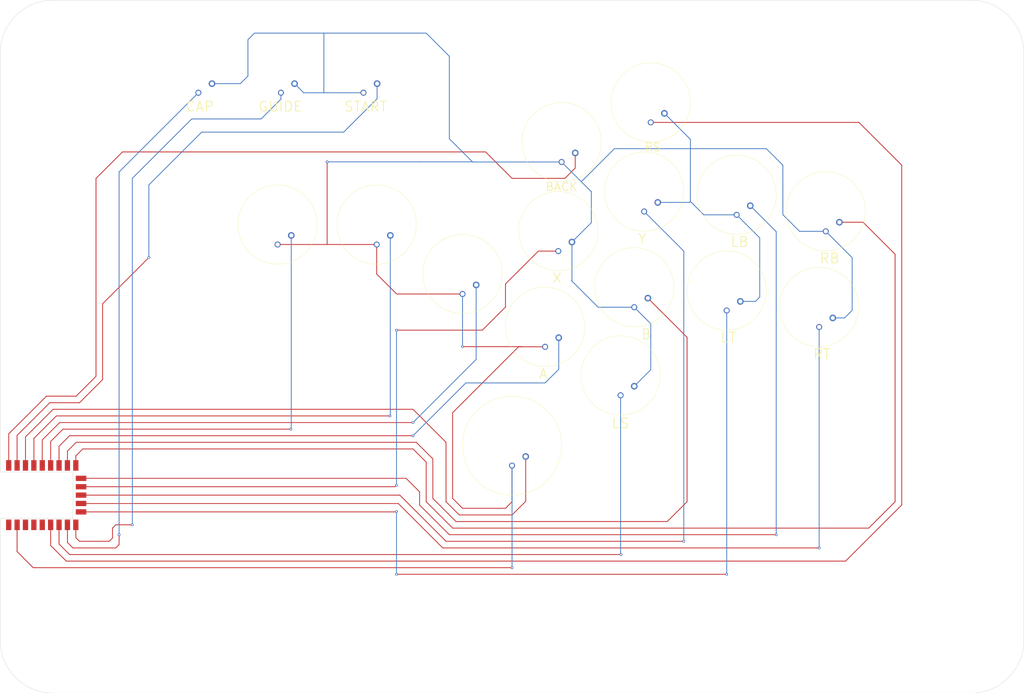
<source format=kicad_pcb>
(kicad_pcb (version 20221018) (generator pcbnew)
  (layers (0 "F.Cu" signal) (31 "B.Cu" signal) (34 "B.Paste" user) (35 "F.Paste" user) (36 "B.SilkS" user "B.Silkscreen") (37 "F.SilkS" user "F.Silkscreen") (38 "B.Mask" user) (39 "F.Mask" user) (44 "Edge.Cuts" user))
  (net 0 "")
  (net 1 "Net-(RZ1-GP14)")
  (net 2 "Net-(RZ1-GND)")
  (net 3 "Net-(RZ1-GP15)")
  (net 4 "Net-(RZ1-GP6)")
  (net 5 "Net-(RZ1-GP7)")
  (net 6 "Net-(RZ1-GP10)")
  (net 7 "Net-(RZ1-GP11)")
  (net 8 "Net-(RZ1-GP3)")
  (net 9 "Net-(RZ1-GP13)")
  (net 10 "Net-(RZ1-GP9)")
  (net 11 "Net-(RZ1-GP26)")
  (net 12 "Net-(RZ1-GP5)")
  (net 13 "Net-(RZ1-GP12)")
  (net 14 "Net-(RZ1-GP8)")
  (net 15 "Net-(RZ1-GP27)")
  (net 16 "Net-(RZ1-GP4)")
  (net 17 "Net-(RZ1-GP0)")
  (net 18 "Net-(RZ1-GP1)")
  (net 19 "Net-(RZ1-GP2)")
  (footprint "MountingHole:MountingHole_6mm" (layer "F.Cu") (at 16 194)
    (fp_text reference "H3" hide)
    (fp_text value "MountingHole")
    (pad "" np_thru_hole circle (at 0 0) (size 6 6) (drill 6) (layers "*.Cu" "*.Mask"))
  )
  (footprint "RP2040-Zero:RP2040-Zero" (layer "F.Cu") (at 24.475 159 90)
    (fp_text reference "RZ1" hide)
    (fp_text value "RP2040-Zero")
    (pad "1" smd rect (at 18 -21.91 90) (size 3.2 1.6) (layers "F.Cu" "F.Paste" "F.Mask") (net 17 "Net-(RZ1-GP0)"))
    (pad "2" smd rect (at 18 -19.37 90) (size 3.2 1.6) (layers "F.Cu" "F.Paste" "F.Mask") (net 18 "Net-(RZ1-GP1)"))
    (pad "3" smd rect (at 18 -16.83 90) (size 3.2 1.6) (layers "F.Cu" "F.Paste" "F.Mask") (net 19 "Net-(RZ1-GP2)"))
    (pad "4" smd rect (at 18 -14.29 90) (size 3.2 1.6) (layers "F.Cu" "F.Paste" "F.Mask") (net 8 "Net-(RZ1-GP3)"))
    (pad "5" smd rect (at 18 -11.75 90) (size 3.2 1.6) (layers "F.Cu" "F.Paste" "F.Mask") (net 16 "Net-(RZ1-GP4)"))
    (pad "6" smd rect (at 18 -9.21 90) (size 3.2 1.6) (layers "F.Cu" "F.Paste" "F.Mask") (net 12 "Net-(RZ1-GP5)"))
    (pad "7" smd rect (at 18 -6.67 90) (size 3.2 1.6) (layers "F.Cu" "F.Paste" "F.Mask") (net 4 "Net-(RZ1-GP6)"))
    (pad "8" smd rect (at 18 -4.13 90) (size 3.2 1.6) (layers "F.Cu" "F.Paste" "F.Mask") (net 5 "Net-(RZ1-GP7)"))
    (pad "9" smd rect (at 18 -1.59 90) (size 3.2 1.6) (layers "F.Cu" "F.Paste" "F.Mask") (net 14 "Net-(RZ1-GP8)"))
    (pad "10" smd rect (at 14.08 0 90) (size 1.6 3.2) (layers "F.Cu" "F.Paste" "F.Mask") (net 10 "Net-(RZ1-GP9)"))
    (pad "11" smd rect (at 11.54 0 90) (size 1.6 3.2) (layers "F.Cu" "F.Paste" "F.Mask") (net 6 "Net-(RZ1-GP10)"))
    (pad "12" smd rect (at 9 0 90) (size 1.6 3.2) (layers "F.Cu" "F.Paste" "F.Mask") (net 7 "Net-(RZ1-GP11)"))
    (pad "13" smd rect (at 6.46 0 90) (size 1.6 3.2) (layers "F.Cu" "F.Paste" "F.Mask") (net 13 "Net-(RZ1-GP12)"))
    (pad "14" smd rect (at 3.92 0 90) (size 1.6 3.2) (layers "F.Cu" "F.Paste" "F.Mask") (net 9 "Net-(RZ1-GP13)"))
    (pad "15" smd rect (at 0 -1.59 90) (size 3.2 1.6) (layers "F.Cu" "F.Paste" "F.Mask") (net 1 "Net-(RZ1-GP14)"))
    (pad "16" smd rect (at 0 -4.13 90) (size 3.2 1.6) (layers "F.Cu" "F.Paste" "F.Mask") (net 3 "Net-(RZ1-GP15)"))
    (pad "17" smd rect (at 0 -6.67 90) (size 3.2 1.6) (layers "F.Cu" "F.Paste" "F.Mask") (net 11 "Net-(RZ1-GP26)"))
    (pad "18" smd rect (at 0 -9.21 90) (size 3.2 1.6) (layers "F.Cu" "F.Paste" "F.Mask") (net 15 "Net-(RZ1-GP27)"))
    (pad "19" smd rect (at 0 -11.75 90) (size 3.2 1.6) (layers "F.Cu" "F.Paste" "F.Mask"))
    (pad "20" smd rect (at 0 -14.29 90) (size 3.2 1.6) (layers "F.Cu" "F.Paste" "F.Mask"))
    (pad "21" smd rect (at 0 -16.83 90) (size 3.2 1.6) (layers "F.Cu" "F.Paste" "F.Mask"))
    (pad "22" smd rect (at 0 -21.91 90) (size 3.2 1.6) (layers "F.Cu" "F.Paste" "F.Mask"))
    (pad "23" smd rect (at 0 -19.37 90) (size 3.2 1.6) (layers "F.Cu" "F.Paste" "F.Mask") (net 2 "Net-(RZ1-GND)"))
  )
  (footprint "MountingHole:MountingHole_6mm" (layer "F.Cu") (at 294 194)
    (fp_text reference "H8" hide)
    (fp_text value "MountingHole")
    (pad "" np_thru_hole circle (at 0 0) (size 6 6) (drill 6) (layers "*.Cu" "*.Mask"))
  )
  (footprint "MountingHole:MountingHole_6mm" (layer "F.Cu") (at 155 16)
    (fp_text reference "H4" hide)
    (fp_text value "MountingHole")
    (pad "" np_thru_hole circle (at 0 0) (size 6 6) (drill 6) (layers "*.Cu" "*.Mask"))
  )
  (footprint "MountingHole:MountingHole_6mm" (layer "F.Cu") (at 155 195)
    (fp_text reference "H5" hide)
    (fp_text value "MountingHole")
    (pad "" np_thru_hole circle (at 0 0) (size 6 6) (drill 6) (layers "*.Cu" "*.Mask"))
  )
  (footprint "MountingHole:MountingHole_6mm" (layer "F.Cu") (at 294 16)
    (fp_text reference "H7" hide)
    (fp_text value "MountingHole")
    (pad "" np_thru_hole circle (at 0 0) (size 6 6) (drill 6) (layers "*.Cu" "*.Mask"))
  )
  (footprint "Switch_Keyboard_Cherry_MX_LP:Cherry-MX-Low-Profile-24" (layer "F.Cu") (at 165 99)
    (fp_text reference "B1(A)1")
    (fp_text value "SW_Push" hide)
    (fp_circle (center 0 0) (end 12 0) (stroke (width 0.1)) (fill none) (layer "F.SilkS"))
    (pad "" np_thru_hole circle (at 0 0 180) (size 6.55 6.55) (drill 6.55) (layers "F&B.Cu" "*.Mask"))
    (pad "" np_thru_hole circle (at 0 3.7 180) (size 2.5 2.5) (drill 2.5) (layers "F&B.Cu" "*.Mask"))
    (pad "1" thru_hole circle (at 0 6.05 180) (size 1.8 1.8) (drill 1.2) (layers "*.Cu" "*.Mask") (net 2 "Net-(RZ1-GND)"))
    (pad "2" thru_hole circle (at 4.13 3.3 41.9) (size 2 2) (drill 1.2) (layers "*.Cu" "*.Mask") (net 4 "Net-(RZ1-GP6)"))
  )
  (footprint "Switch_Keyboard_Cherry_MX_LP:Cherry-MX-Low-Profile-24" (layer "F.Cu") (at 84 68)
    (fp_text reference "LEFT1")
    (fp_text value "SW_Push" hide)
    (fp_circle (center 0 0) (end 12 0) (stroke (width 0.1)) (fill none) (layer "F.SilkS"))
    (pad "" np_thru_hole circle (at 0 0 180) (size 6.55 6.55) (drill 6.55) (layers "F&B.Cu" "*.Mask"))
    (pad "" np_thru_hole circle (at 0 3.7 180) (size 2.5 2.5) (drill 2.5) (layers "F&B.Cu" "*.Mask"))
    (pad "1" thru_hole circle (at 0 6.05 180) (size 1.8 1.8) (drill 1.2) (layers "*.Cu" "*.Mask") (net 2 "Net-(RZ1-GND)"))
    (pad "2" thru_hole circle (at 4.13 3.3 41.9) (size 2 2) (drill 1.2) (layers "*.Cu" "*.Mask") (net 12 "Net-(RZ1-GP5)"))
  )
  (footprint "MountingHole:MountingHole_6mm" (layer "F.Cu") (at 16 105)
    (fp_text reference "H2" hide)
    (fp_text value "MountingHole")
    (pad "" np_thru_hole circle (at 0 0) (size 6 6) (drill 6) (layers "*.Cu" "*.Mask"))
  )
  (footprint "Switch_Keyboard_Cherry_MX_LP:Cherry-MX-Low-Profile-24" (layer "F.Cu") (at 140 83)
    (fp_text reference "RIGHT1")
    (fp_text value "SW_Push" hide)
    (fp_circle (center 0 0) (end 12 0) (stroke (width 0.1)) (fill none) (layer "F.SilkS"))
    (pad "" np_thru_hole circle (at 0 0 180) (size 6.55 6.55) (drill 6.55) (layers "F&B.Cu" "*.Mask"))
    (pad "" np_thru_hole circle (at 0 3.7 180) (size 2.5 2.5) (drill 2.5) (layers "F&B.Cu" "*.Mask"))
    (pad "1" thru_hole circle (at 0 6.05 180) (size 1.8 1.8) (drill 1.2) (layers "*.Cu" "*.Mask") (net 2 "Net-(RZ1-GND)"))
    (pad "2" thru_hole circle (at 4.13 3.3 41.9) (size 2 2) (drill 1.2) (layers "*.Cu" "*.Mask") (net 16 "Net-(RZ1-GP4)"))
  )
  (footprint "Switch_Keyboard_Cherry_MX_LP:Cherry-MX-Low-Profile-24" (layer "F.Cu") (at 220 88)
    (fp_text reference "L1(L)1")
    (fp_text value "SW_Push" hide)
    (fp_circle (center 0 0) (end 12 0) (stroke (width 0.1)) (fill none) (layer "F.SilkS"))
    (pad "" np_thru_hole circle (at 0 0 180) (size 6.55 6.55) (drill 6.55) (layers "F&B.Cu" "*.Mask"))
    (pad "" np_thru_hole circle (at 0 3.7 180) (size 2.5 2.5) (drill 2.5) (layers "F&B.Cu" "*.Mask"))
    (pad "1" thru_hole circle (at 0 6.05 180) (size 1.8 1.8) (drill 1.2) (layers "*.Cu" "*.Mask") (net 9 "Net-(RZ1-GP13)"))
    (pad "2" thru_hole circle (at 4.13 3.3 41.9) (size 2 2) (drill 1.2) (layers "*.Cu" "*.Mask") (net 2 "Net-(RZ1-GND)"))
  )
  (footprint "MountingHole:MountingHole_6mm" (layer "F.Cu") (at 16 16)
    (fp_text reference "H1" hide)
    (fp_text value "MountingHole")
    (pad "" np_thru_hole circle (at 0 0) (size 6 6) (drill 6) (layers "*.Cu" "*.Mask"))
  )
  (footprint "Switch_Keyboard_Cherry_MX_LP:Cherry-MX-Low-Profile-24" (layer "F.Cu") (at 192 87)
    (fp_text reference "B2(B)1")
    (fp_text value "SW_Push" hide)
    (fp_circle (center 0 0) (end 12 0) (stroke (width 0.1)) (fill none) (layer "F.SilkS"))
    (pad "" np_thru_hole circle (at 0 0 180) (size 6.55 6.55) (drill 6.55) (layers "F&B.Cu" "*.Mask"))
    (pad "" np_thru_hole circle (at 0 3.7 180) (size 2.5 2.5) (drill 2.5) (layers "F&B.Cu" "*.Mask"))
    (pad "1" thru_hole circle (at 0 6.05 180) (size 1.8 1.8) (drill 1.2) (layers "*.Cu" "*.Mask") (net 2 "Net-(RZ1-GND)"))
    (pad "2" thru_hole circle (at 4.13 3.3 41.9) (size 2 2) (drill 1.2) (layers "*.Cu" "*.Mask") (net 5 "Net-(RZ1-GP7)"))
  )
  (footprint "Switch_Keyboard_Cherry_MX_LP:Cherry-MX-Low-Profile" (layer "F.Cu") (at 110 22)
    (fp_text reference "S2(START)1")
    (fp_text value "SW_Push" hide)
    (pad "" np_thru_hole circle (at 0 0 180) (size 6.55 6.55) (drill 6.55) (layers "F&B.Cu" "*.Mask"))
    (pad "" np_thru_hole circle (at 0 3.7 180) (size 2.5 2.5) (drill 2.5) (layers "F&B.Cu" "*.Mask"))
    (pad "1" thru_hole circle (at 0 6.05 180) (size 1.8 1.8) (drill 1.2) (layers "*.Cu" "*.Mask") (net 2 "Net-(RZ1-GND)"))
    (pad "2" thru_hole circle (at 4.13 3.3 41.9) (size 2 2) (drill 1.2) (layers "*.Cu" "*.Mask") (net 18 "Net-(RZ1-GP1)"))
  )
  (footprint "MountingHole:MountingHole_6mm" (layer "F.Cu") (at 294 105)
    (fp_text reference "H6" hide)
    (fp_text value "MountingHole")
    (pad "" np_thru_hole circle (at 0 0) (size 6 6) (drill 6) (layers "*.Cu" "*.Mask"))
  )
  (footprint "Switch_Keyboard_Cherry_MX_LP:Cherry-MX-Low-Profile-24" (layer "F.Cu") (at 223.01 59)
    (fp_text reference "L2(LB)1")
    (fp_text value "SW_Push" hide)
    (fp_circle (center 0 0) (end 12 0) (stroke (width 0.1)) (fill none) (layer "F.SilkS"))
    (pad "" np_thru_hole circle (at 0 0 180) (size 6.55 6.55) (drill 6.55) (layers "F&B.Cu" "*.Mask"))
    (pad "" np_thru_hole circle (at 0 3.7 180) (size 2.5 2.5) (drill 2.5) (layers "F&B.Cu" "*.Mask"))
    (pad "1" thru_hole circle (at 0 6.05 180) (size 1.8 1.8) (drill 1.2) (layers "*.Cu" "*.Mask") (net 2 "Net-(RZ1-GND)"))
    (pad "2" thru_hole circle (at 4.13 3.3 41.9) (size 2 2) (drill 1.2) (layers "*.Cu" "*.Mask") (net 10 "Net-(RZ1-GP9)"))
  )
  (footprint "Switch_Keyboard_Cherry_MX_LP:Cherry-MX-Low-Profile-24" (layer "F.Cu") (at 114 68)
    (fp_text reference "DOWN1")
    (fp_text value "SW_Push" hide)
    (fp_circle (center 0 0) (end 12 0) (stroke (width 0.1)) (fill none) (layer "F.SilkS"))
    (pad "" np_thru_hole circle (at 0 0 180) (size 6.55 6.55) (drill 6.55) (layers "F&B.Cu" "*.Mask"))
    (pad "" np_thru_hole circle (at 0 3.7 180) (size 2.5 2.5) (drill 2.5) (layers "F&B.Cu" "*.Mask"))
    (pad "1" thru_hole circle (at 0 6.05 180) (size 1.8 1.8) (drill 1.2) (layers "*.Cu" "*.Mask") (net 2 "Net-(RZ1-GND)"))
    (pad "2" thru_hole circle (at 4.13 3.3 41.9) (size 2 2) (drill 1.2) (layers "*.Cu" "*.Mask") (net 8 "Net-(RZ1-GP3)"))
  )
  (footprint "Switch_Keyboard_Cherry_MX_LP:Cherry-MX-Low-Profile-24" (layer "F.Cu") (at 170 43)
    (fp_text reference "S1(BACK)1")
    (fp_text value "SW_Push" hide)
    (fp_circle (center 0 0) (end 12 0) (stroke (width 0.1)) (fill none) (layer "F.SilkS"))
    (pad "" np_thru_hole circle (at 0 0 180) (size 6.55 6.55) (drill 6.55) (layers "F&B.Cu" "*.Mask"))
    (pad "" np_thru_hole circle (at 0 3.7 180) (size 2.5 2.5) (drill 2.5) (layers "F&B.Cu" "*.Mask"))
    (pad "1" thru_hole circle (at 0 6.05 180) (size 1.8 1.8) (drill 1.2) (layers "*.Cu" "*.Mask") (net 2 "Net-(RZ1-GND)"))
    (pad "2" thru_hole circle (at 4.13 3.3 41.9) (size 2 2) (drill 1.2) (layers "*.Cu" "*.Mask") (net 17 "Net-(RZ1-GP0)"))
  )
  (footprint "Switch_Keyboard_Cherry_MX_LP:Cherry-MX-Low-Profile" (layer "F.Cu") (at 60 22)
    (fp_text reference "A2(CAPTURE)1")
    (fp_text value "SW_Push" hide)
    (pad "" np_thru_hole circle (at 0 0 180) (size 6.55 6.55) (drill 6.55) (layers "F&B.Cu" "*.Mask"))
    (pad "" np_thru_hole circle (at 0 3.7 180) (size 2.5 2.5) (drill 2.5) (layers "F&B.Cu" "*.Mask"))
    (pad "1" thru_hole circle (at 0 6.05 180) (size 1.8 1.8) (drill 1.2) (layers "*.Cu" "*.Mask") (net 3 "Net-(RZ1-GP15)"))
    (pad "2" thru_hole circle (at 4.13 3.3 41.9) (size 2 2) (drill 1.2) (layers "*.Cu" "*.Mask") (net 2 "Net-(RZ1-GND)"))
  )
  (footprint "Switch_Keyboard_Cherry_MX_LP:Cherry-MX-Low-Profile-24" (layer "F.Cu") (at 195 58)
    (fp_text reference "B4(Y)1")
    (fp_text value "SW_Push" hide)
    (fp_circle (center 0 0) (end 12 0) (stroke (width 0.1)) (fill none) (layer "F.SilkS"))
    (pad "" np_thru_hole circle (at 0 0 180) (size 6.55 6.55) (drill 6.55) (layers "F&B.Cu" "*.Mask"))
    (pad "" np_thru_hole circle (at 0 3.7 180) (size 2.5 2.5) (drill 2.5) (layers "F&B.Cu" "*.Mask"))
    (pad "1" thru_hole circle (at 0 6.05 180) (size 1.8 1.8) (drill 1.2) (layers "*.Cu" "*.Mask") (net 7 "Net-(RZ1-GP11)"))
    (pad "2" thru_hole circle (at 4.13 3.3 41.9) (size 2 2) (drill 1.2) (layers "*.Cu" "*.Mask") (net 2 "Net-(RZ1-GND)"))
  )
  (footprint "Switch_Keyboard_Cherry_MX_LP:Cherry-MX-Low-Profile-30" (layer "F.Cu") (at 155 135)
    (fp_text reference "UP1")
    (fp_text value "SW_Push" hide)
    (fp_circle (center 0 0) (end 15 0) (stroke (width 0.1)) (fill none) (layer "F.SilkS"))
    (pad "" np_thru_hole circle (at 0 0 180) (size 6.55 6.55) (drill 6.55) (layers "F&B.Cu" "*.Mask"))
    (pad "" np_thru_hole circle (at 0 3.7 180) (size 2.5 2.5) (drill 2.5) (layers "F&B.Cu" "*.Mask"))
    (pad "1" thru_hole circle (at 0 6.05 180) (size 1.8 1.8) (drill 1.2) (layers "*.Cu" "*.Mask") (net 2 "Net-(RZ1-GND)"))
    (pad "2" thru_hole circle (at 4.13 3.3 41.9) (size 2 2) (drill 1.2) (layers "*.Cu" "*.Mask") (net 19 "Net-(RZ1-GP2)"))
  )
  (footprint "Switch_Keyboard_Cherry_MX_LP:Cherry-MX-Low-Profile-24" (layer "F.Cu") (at 197 31)
    (fp_text reference "R3(RS)1")
    (fp_text value "SW_Push" hide)
    (fp_circle (center 0 0) (end 12 0) (stroke (width 0.1)) (fill none) (layer "F.SilkS"))
    (pad "" np_thru_hole circle (at 0 0 180) (size 6.55 6.55) (drill 6.55) (layers "F&B.Cu" "*.Mask"))
    (pad "" np_thru_hole circle (at 0 3.7 180) (size 2.5 2.5) (drill 2.5) (layers "F&B.Cu" "*.Mask"))
    (pad "1" thru_hole circle (at 0 6.05 180) (size 1.8 1.8) (drill 1.2) (layers "*.Cu" "*.Mask") (net 15 "Net-(RZ1-GP27)"))
    (pad "2" thru_hole circle (at 4.13 3.3 41.9) (size 2 2) (drill 1.2) (layers "*.Cu" "*.Mask") (net 2 "Net-(RZ1-GND)"))
  )
  (footprint "Switch_Keyboard_Cherry_MX_LP:Cherry-MX-Low-Profile-24" (layer "F.Cu") (at 248 93)
    (fp_text reference "R1(R)1")
    (fp_text value "SW_Push" hide)
    (fp_circle (center 0 0) (end 12 0) (stroke (width 0.1)) (fill none) (layer "F.SilkS"))
    (pad "" np_thru_hole circle (at 0 0 180) (size 6.55 6.55) (drill 6.55) (layers "F&B.Cu" "*.Mask"))
    (pad "" np_thru_hole circle (at 0 3.7 180) (size 2.5 2.5) (drill 2.5) (layers "F&B.Cu" "*.Mask"))
    (pad "1" thru_hole circle (at 0 6.05 180) (size 1.8 1.8) (drill 1.2) (layers "*.Cu" "*.Mask") (net 13 "Net-(RZ1-GP12)"))
    (pad "2" thru_hole circle (at 4.13 3.3 41.9) (size 2 2) (drill 1.2) (layers "*.Cu" "*.Mask") (net 2 "Net-(RZ1-GND)"))
  )
  (footprint "Switch_Keyboard_Cherry_MX_LP:Cherry-MX-Low-Profile" (layer "F.Cu") (at 85 22)
    (fp_text reference "A1(GUIDE)1")
    (fp_text value "SW_Push" hide)
    (pad "" np_thru_hole circle (at 0 0 180) (size 6.55 6.55) (drill 6.55) (layers "F&B.Cu" "*.Mask"))
    (pad "" np_thru_hole circle (at 0 3.7 180) (size 2.5 2.5) (drill 2.5) (layers "F&B.Cu" "*.Mask"))
    (pad "1" thru_hole circle (at 0 6.05 180) (size 1.8 1.8) (drill 1.2) (layers "*.Cu" "*.Mask") (net 1 "Net-(RZ1-GP14)"))
    (pad "2" thru_hole circle (at 4.13 3.3 41.9) (size 2 2) (drill 1.2) (layers "*.Cu" "*.Mask") (net 2 "Net-(RZ1-GND)"))
  )
  (footprint "Switch_Keyboard_Cherry_MX_LP:Cherry-MX-Low-Profile-24" (layer "F.Cu") (at 187.87 113.7)
    (fp_text reference "L3(LS)1")
    (fp_text value "SW_Push" hide)
    (fp_circle (center 0 0) (end 12 0) (stroke (width 0.1)) (fill none) (layer "F.SilkS"))
    (pad "" np_thru_hole circle (at 0 0 180) (size 6.55 6.55) (drill 6.55) (layers "F&B.Cu" "*.Mask"))
    (pad "" np_thru_hole circle (at 0 3.7 180) (size 2.5 2.5) (drill 2.5) (layers "F&B.Cu" "*.Mask"))
    (pad "1" thru_hole circle (at 0 6.05 180) (size 1.8 1.8) (drill 1.2) (layers "*.Cu" "*.Mask") (net 11 "Net-(RZ1-GP26)"))
    (pad "2" thru_hole circle (at 4.13 3.3 41.9) (size 2 2) (drill 1.2) (layers "*.Cu" "*.Mask") (net 2 "Net-(RZ1-GND)"))
  )
  (footprint "Switch_Keyboard_Cherry_MX_LP:Cherry-MX-Low-Profile-24" (layer "F.Cu") (at 250 64)
    (fp_text reference "R2(RB)1")
    (fp_text value "SW_Push" hide)
    (fp_circle (center 0 0) (end 12 0) (stroke (width 0.1)) (fill none) (layer "F.SilkS"))
    (pad "" np_thru_hole circle (at 0 0 180) (size 6.55 6.55) (drill 6.55) (layers "F&B.Cu" "*.Mask"))
    (pad "" np_thru_hole circle (at 0 3.7 180) (size 2.5 2.5) (drill 2.5) (layers "F&B.Cu" "*.Mask"))
    (pad "1" thru_hole circle (at 0 6.05 180) (size 1.8 1.8) (drill 1.2) (layers "*.Cu" "*.Mask") (net 2 "Net-(RZ1-GND)"))
    (pad "2" thru_hole circle (at 4.13 3.3 41.9) (size 2 2) (drill 1.2) (layers "*.Cu" "*.Mask") (net 14 "Net-(RZ1-GP8)"))
  )
  (footprint "Switch_Keyboard_Cherry_MX_LP:Cherry-MX-Low-Profile-24" (layer "F.Cu") (at 169 70)
    (fp_text reference "B3(X)1")
    (fp_text value "SW_Push" hide)
    (fp_circle (center 0 0) (end 12 0) (stroke (width 0.1)) (fill none) (layer "F.SilkS"))
    (pad "" np_thru_hole circle (at 0 0 180) (size 6.55 6.55) (drill 6.55) (layers "F&B.Cu" "*.Mask"))
    (pad "" np_thru_hole circle (at 0 3.7 180) (size 2.5 2.5) (drill 2.5) (layers "F&B.Cu" "*.Mask"))
    (pad "1" thru_hole circle (at 0 6.05 180) (size 1.8 1.8) (drill 1.2) (layers "*.Cu" "*.Mask") (net 6 "Net-(RZ1-GP10)"))
    (pad "2" thru_hole circle (at 4.13 3.3 41.9) (size 2 2) (drill 1.2) (layers "*.Cu" "*.Mask") (net 2 "Net-(RZ1-GND)"))
  )
  (gr_line (start 294 210) (end 16 210) (stroke (width 0.1)) (layer "Edge.Cuts"))
  (gr_line (start 0 157) (end 0 194) (stroke (width 0.1)) (layer "Edge.Cuts"))
  (gr_arc (start 310 194) (mid 305.313708 205.313708) (end 294 210) (stroke (width 0.1)) (layer "Edge.Cuts"))
  (gr_line (start 310 16) (end 310 194) (stroke (width 0.1)) (layer "Edge.Cuts"))
  (gr_line (start 0 143) (end 22 143) (stroke (width 0.1)) (layer "Edge.Cuts"))
  (gr_arc (start 0 16) (mid 4.686292 4.686292) (end 16 0) (stroke (width 0.1)) (layer "Edge.Cuts"))
  (gr_line (start 22 157) (end 0 157) (stroke (width 0.1)) (layer "Edge.Cuts"))
  (gr_arc (start 294 0) (mid 305.313708 4.686292) (end 310 16) (stroke (width 0.1)) (layer "Edge.Cuts"))
  (gr_line (start 0 143) (end 0 16) (stroke (width 0.1)) (layer "Edge.Cuts"))
  (gr_line (start 16 0) (end 294 0) (stroke (width 0.1)) (layer "Edge.Cuts"))
  (gr_arc (start 16 210) (mid 4.686292 205.313708) (end 0 194) (stroke (width 0.1)) (layer "Edge.Cuts"))
  (gr_line (start 22 143) (end 22 157) (stroke (width 0.1)) (layer "Edge.Cuts"))
  (gr_text "LB" (at 221 75) (layer "F.SilkS") (effects (font (size 3 3) (thickness 0.25) bold) (justify left bottom)))
  (gr_text "B" (at 194 103) (layer "F.SilkS") (effects (font (size 3 3) (thickness 0.25)) (justify left bottom)))
  (gr_text "X" (at 167 86) (layer "F.SilkS") (effects (font (size 3 3) (thickness 0.25)) (justify left bottom)))
  (gr_text "LS" (at 185 130) (layer "F.SilkS") (effects (font (size 3 3) (thickness 0.25) bold) (justify left bottom)))
  (gr_text "START" (at 104 34) (layer "F.SilkS") (effects (font (size 3 3) (thickness 0.25) bold) (justify left bottom)))
  (gr_text "CAP" (at 56 34) (layer "F.SilkS") (effects (font (size 3 3) (thickness 0.25) bold) (justify left bottom)))
  (gr_text "Y" (at 193 74) (layer "F.SilkS") (effects (font (size 3 3) (thickness 0.25)) (justify left bottom)))
  (gr_text "RS" (at 195 46) (layer "F.SilkS") (effects (font (size 2.5 2.5) (thickness 0.25) bold) (justify left bottom)))
  (gr_text "BACK" (at 165 58) (layer "F.SilkS") (effects (font (size 2.5 2.5) (thickness 0.25) bold) (justify left bottom)))
  (gr_text "LT" (at 218 104) (layer "F.SilkS") (effects (font (size 3 3) (thickness 0.25) bold) (justify left bottom)))
  (gr_text "GUIDE" (at 78 34) (layer "F.SilkS") (effects (font (size 3 3) (thickness 0.25) bold) (justify left bottom)))
  (gr_text "A" (at 163 115) (layer "F.SilkS") (effects (font (size 3 3) (thickness 0.25)) (justify left bottom)))
  (gr_text "RB" (at 248 80) (layer "F.SilkS") (effects (font (size 3 3) (thickness 0.25) bold) (justify left bottom)))
  (gr_text "RT" (at 246 109) (layer "F.SilkS") (effects (font (size 3 3) (thickness 0.25) bold) (justify left bottom)))
  (segment (start 34 163) (end 34 160) (width 0.25) (layer "F.Cu") (net 1))
  (segment (start 24 164) (end 33 164) (width 0.25) (layer "F.Cu") (net 1))
  (segment (start 35 159) (end 40 159) (width 0.25) (layer "F.Cu") (net 1))
  (segment (start 34 160) (end 35 159) (width 0.25) (layer "F.Cu") (net 1))
  (segment (start 22.885 162.885) (end 24 164) (width 0.25) (layer "F.Cu") (net 1))
  (segment (start 33 164) (end 34 163) (width 0.25) (layer "F.Cu") (net 1))
  (segment (start 22.885 159) (end 22.885 162.885) (width 0.25) (layer "F.Cu") (net 1))
  (via (at 40 159) (size 0.8) (drill 0.4) (layers "F.Cu" "B.Cu") (net 1))
  (segment (start 79 36) (end 85 30) (width 0.25) (layer "B.Cu") (net 1))
  (segment (start 40 54) (end 58 36) (width 0.25) (layer "B.Cu") (net 1))
  (segment (start 58 36) (end 79 36) (width 0.25) (layer "B.Cu") (net 1))
  (segment (start 40 159) (end 40 54) (width 0.25) (layer "B.Cu") (net 1))
  (segment (start 85 30) (end 85 28.05) (width 0.25) (layer "B.Cu") (net 1))
  (segment (start 140 154) (end 137 151) (width 0.25) (layer "F.Cu") (net 2))
  (segment (start 5.105 159) (end 5.105 167.105) (width 0.25) (layer "F.Cu") (net 2))
  (segment (start 10 172) (end 155 172) (width 0.25) (layer "F.Cu") (net 2))
  (segment (start 5.105 167.105) (end 10 172) (width 0.25) (layer "F.Cu") (net 2))
  (segment (start 157.05 105.05) (end 158 105.05) (width 0.25) (layer "F.Cu") (net 2))
  (segment (start 114 83) (end 120.05 89.05) (width 0.25) (layer "F.Cu") (net 2))
  (segment (start 99 49) (end 99 74.05) (width 0.25) (layer "F.Cu") (net 2))
  (segment (start 157.95 105) (end 158 105.05) (width 0.25) (layer "F.Cu") (net 2))
  (segment (start 155 141.05) (end 155 152) (width 0.25) (layer "F.Cu") (net 2))
  (segment (start 114 74.05) (end 99 74.05) (width 0.25) (layer "F.Cu") (net 2))
  (segment (start 99 74.05) (end 84 74.05) (width 0.25) (layer "F.Cu") (net 2))
  (segment (start 153 154) (end 140 154) (width 0.25) (layer "F.Cu") (net 2))
  (segment (start 120.05 89.05) (end 140 89.05) (width 0.25) (layer "F.Cu") (net 2))
  (segment (start 137 125) (end 157 105) (width 0.25) (layer "F.Cu") (net 2))
  (segment (start 155 152) (end 153 154) (width 0.25) (layer "F.Cu") (net 2))
  (segment (start 158 105.05) (end 165 105.05) (width 0.25) (layer "F.Cu") (net 2))
  (segment (start 140 105) (end 157.95 105) (width 0.25) (layer "F.Cu") (net 2))
  (segment (start 157 105) (end 157.05 105.05) (width 0.25) (layer "F.Cu") (net 2))
  (segment (start 137 151) (end 137 125) (width 0.25) (layer "F.Cu") (net 2))
  (segment (start 114 74.05) (end 114 83) (width 0.25) (layer "F.Cu") (net 2))
  (via (at 140 105) (size 0.8) (drill 0.4) (layers "F.Cu" "B.Cu") (net 2))
  (via (at 155 172) (size 0.8) (drill 0.4) (layers "F.Cu" "B.Cu") (net 2))
  (via (at 99 49) (size 0.8) (drill 0.4) (layers "F.Cu" "B.Cu") (net 2))
  (segment (start 91.88 28.05) (end 98 28.05) (width 0.25) (layer "B.Cu") (net 2))
  (segment (start 75 12) (end 75 23) (width 0.25) (layer "B.Cu") (net 2))
  (segment (start 252.13 96.3) (end 255.7 96.3) (width 0.25) (layer "B.Cu") (net 2))
  (segment (start 237 65) (end 242.05 70.05) (width 0.25) (layer "B.Cu") (net 2))
  (segment (start 199.13 61.3) (end 208.7 61.3) (width 0.25) (layer "B.Cu") (net 2))
  (segment (start 208.7 61.3) (end 209 61) (width 0.25) (layer "B.Cu") (net 2))
  (segment (start 173.13 84.87) (end 173 85) (width 0.25) (layer "B.Cu") (net 2))
  (segment (start 224.13 91.3) (end 228.7 91.3) (width 0.25) (layer "B.Cu") (net 2))
  (segment (start 140 89.05) (end 140 105) (width 0.25) (layer "B.Cu") (net 2))
  (segment (start 230 90) (end 230 72.04) (width 0.25) (layer "B.Cu") (net 2))
  (segment (start 209 42.17) (end 209 45) (width 0.25) (layer "B.Cu") (net 2))
  (segment (start 258 78.05) (end 250 70.05) (width 0.25) (layer "B.Cu") (net 2))
  (segment (start 179 58) (end 179 67.43) (width 0.25) (layer "B.Cu") (net 2))
  (segment (start 99 10) (end 98 10) (width 0.25) (layer "B.Cu") (net 2))
  (segment (start 192 93.05) (end 197 98.05) (width 0.25) (layer "B.Cu") (net 2))
  (segment (start 129 10) (end 99 10) (width 0.25) (layer "B.Cu") (net 2))
  (segment (start 232 45) (end 237 50) (width 0.25) (layer "B.Cu") (net 2))
  (segment (start 170 49.05) (end 175.975 55.025) (width 0.25) (layer "B.Cu") (net 2))
  (segment (start 155 172) (end 155 141.05) (width 0.25) (layer "B.Cu") (net 2))
  (segment (start 89.13 25.3) (end 91.88 28.05) (width 0.25) (layer "B.Cu") (net 2))
  (segment (start 99 28.05) (end 110 28.05) (width 0.25) (layer "B.Cu") (net 2))
  (segment (start 173 85) (end 181.05 93.05) (width 0.25) (layer "B.Cu") (net 2))
  (segment (start 136 42) (end 136 17) (width 0.25) (layer "B.Cu") (net 2))
  (segment (start 213.05 65.05) (end 223.01 65.05) (width 0.25) (layer "B.Cu") (net 2))
  (segment (start 98 28.05) (end 99 28.05) (width 0.25) (layer "B.Cu") (net 2))
  (segment (start 209 45) (end 232 45) (width 0.25) (layer "B.Cu") (net 2))
  (segment (start 98 10) (end 77 10) (width 0.25) (layer "B.Cu") (net 2))
  (segment (start 230 72.04) (end 223.01 65.05) (width 0.25) (layer "B.Cu") (net 2))
  (segment (start 209 61) (end 213.05 65.05) (width 0.25) (layer "B.Cu") (net 2))
  (segment (start 258 94) (end 258 78.05) (width 0.25) (layer "B.Cu") (net 2))
  (segment (start 143.05 49.05) (end 143 49) (width 0.25) (layer "B.Cu") (net 2))
  (segment (start 186 45) (end 175.975 55.025) (width 0.25) (layer "B.Cu") (net 2))
  (segment (start 228.7 91.3) (end 230 90) (width 0.25) (layer "B.Cu") (net 2))
  (segment (start 197 112) (end 192 117) (width 0.25) (layer "B.Cu") (net 2))
  (segment (start 175.975 55.025) (end 178.95 58) (width 0.25) (layer "B.Cu") (net 2))
  (segment (start 72.7 25.3) (end 64.13 25.3) (width 0.25) (layer "B.Cu") (net 2))
  (segment (start 179 67.43) (end 173.13 73.3) (width 0.25) (layer "B.Cu") (net 2))
  (segment (start 178.95 58) (end 179 58) (width 0.25) (layer "B.Cu") (net 2))
  (segment (start 98 28.05) (end 98 10) (width 0.25) (layer "B.Cu") (net 2))
  (segment (start 170 49.05) (end 143.05 49.05) (width 0.25) (layer "B.Cu") (net 2))
  (segment (start 255.7 96.3) (end 258 94) (width 0.25) (layer "B.Cu") (net 2))
  (segment (start 127 49) (end 99 49) (width 0.25) (layer "B.Cu") (net 2))
  (segment (start 209 45) (end 186 45) (width 0.25) (layer "B.Cu") (net 2))
  (segment (start 209 45) (end 209 61) (width 0.25) (layer "B.Cu") (net 2))
  (segment (start 173.13 73.3) (end 173.13 84.87) (width 0.25) (layer "B.Cu") (net 2))
  (segment (start 237 50) (end 237 65) (width 0.25) (layer "B.Cu") (net 2))
  (segment (start 75 23) (end 72.7 25.3) (width 0.25) (layer "B.Cu") (net 2))
  (segment (start 181.05 93.05) (end 192 93.05) (width 0.25) (layer "B.Cu") (net 2))
  (segment (start 197 98.05) (end 197 112) (width 0.25) (layer "B.Cu") (net 2))
  (segment (start 143 49) (end 136 42) (width 0.25) (layer "B.Cu") (net 2))
  (segment (start 136 17) (end 129 10) (width 0.25) (layer "B.Cu") (net 2))
  (segment (start 77 10) (end 75 12) (width 0.25) (layer "B.Cu") (net 2))
  (segment (start 201.13 34.3) (end 209 42.17) (width 0.25) (layer "B.Cu") (net 2))
  (segment (start 143 49) (end 127 49) (width 0.25) (layer "B.Cu") (net 2))
  (segment (start 242.05 70.05) (end 250 70.05) (width 0.25) (layer "B.Cu") (net 2))
  (segment (start 36 165) (end 36 162) (width 0.25) (layer "F.Cu") (net 3))
  (segment (start 35 166) (end 36 165) (width 0.25) (layer "F.Cu") (net 3))
  (segment (start 22 166) (end 35 166) (width 0.25) (layer "F.Cu") (net 3))
  (segment (start 20.345 159) (end 20.345 164.345) (width 0.25) (layer "F.Cu") (net 3))
  (segment (start 20.345 164.345) (end 22 166) (width 0.25) (layer "F.Cu") (net 3))
  (via (at 36 162) (size 0.8) (drill 0.4) (layers "F.Cu" "B.Cu") (net 3))
  (segment (start 36 162) (end 36 52.05) (width 0.25) (layer "B.Cu") (net 3))
  (segment (start 36 52.05) (end 60 28.05) (width 0.25) (layer "B.Cu") (net 3))
  (segment (start 21 132) (end 17.805 135.195) (width 0.25) (layer "F.Cu") (net 4))
  (segment (start 125 132) (end 21 132) (width 0.25) (layer "F.Cu") (net 4))
  (segment (start 17.805 135.195) (end 17.805 141) (width 0.25) (layer "F.Cu") (net 4))
  (via (at 125 132) (size 0.8) (drill 0.4) (layers "F.Cu" "B.Cu") (net 4))
  (segment (start 141 116) (end 165 116) (width 0.25) (layer "B.Cu") (net 4))
  (segment (start 125 132) (end 141 116) (width 0.25) (layer "B.Cu") (net 4))
  (segment (start 169.13 111.87) (end 169.13 102.3) (width 0.25) (layer "B.Cu") (net 4))
  (segment (start 165 116) (end 169.13 111.87) (width 0.25) (layer "B.Cu") (net 4))
  (segment (start 208 102.17) (end 196.13 90.3) (width 0.25) (layer "F.Cu") (net 5))
  (segment (start 202 158) (end 208 152) (width 0.25) (layer "F.Cu") (net 5))
  (segment (start 23 134) (end 126 134) (width 0.25) (layer "F.Cu") (net 5))
  (segment (start 20.345 136.655) (end 23 134) (width 0.25) (layer "F.Cu") (net 5))
  (segment (start 138 158) (end 202 158) (width 0.25) (layer "F.Cu") (net 5))
  (segment (start 208 152) (end 208 102.17) (width 0.25) (layer "F.Cu") (net 5))
  (segment (start 131 151) (end 138 158) (width 0.25) (layer "F.Cu") (net 5))
  (segment (start 131 139) (end 131 151) (width 0.25) (layer "F.Cu") (net 5))
  (segment (start 126 134) (end 131 139) (width 0.25) (layer "F.Cu") (net 5))
  (segment (start 20.345 141) (end 20.345 136.655) (width 0.25) (layer "F.Cu") (net 5))
  (segment (start 162.95 76.05) (end 169 76.05) (width 0.25) (layer "F.Cu") (net 6))
  (segment (start 153 86) (end 162.95 76.05) (width 0.25) (layer "F.Cu") (net 6))
  (segment (start 146 100) (end 153 93) (width 0.25) (layer "F.Cu") (net 6))
  (segment (start 153 93) (end 153 86) (width 0.25) (layer "F.Cu") (net 6))
  (segment (start 120 100) (end 146 100) (width 0.25) (layer "F.Cu") (net 6))
  (segment (start 119.54 147.46) (end 120 147) (width 0.25) (layer "F.Cu") (net 6))
  (segment (start 24.475 147.46) (end 119.54 147.46) (width 0.25) (layer "F.Cu") (net 6))
  (via (at 120 100) (size 0.8) (drill 0.4) (layers "F.Cu" "B.Cu") (net 6))
  (via (at 120 147) (size 0.8) (drill 0.4) (layers "F.Cu" "B.Cu") (net 6))
  (segment (start 120 147) (end 120 100) (width 0.25) (layer "B.Cu") (net 6))
  (segment (start 24.475 150) (end 121 150) (width 0.25) (layer "F.Cu") (net 7))
  (segment (start 121 150) (end 135 164) (width 0.25) (layer "F.Cu") (net 7))
  (segment (start 135 164) (end 207 164) (width 0.25) (layer "F.Cu") (net 7))
  (via (at 207 164) (size 0.8) (drill 0.4) (layers "F.Cu" "B.Cu") (net 7))
  (segment (start 207 164) (end 207 76.05) (width 0.25) (layer "B.Cu") (net 7))
  (segment (start 207 76.05) (end 195 64.05) (width 0.25) (layer "B.Cu") (net 7))
  (segment (start 10.185 141) (end 10.185 132.815) (width 0.25) (layer "F.Cu") (net 8))
  (segment (start 17 126) (end 118 126) (width 0.25) (layer "F.Cu") (net 8))
  (segment (start 10.185 132.815) (end 17 126) (width 0.25) (layer "F.Cu") (net 8))
  (via (at 118 126) (size 0.8) (drill 0.4) (layers "F.Cu" "B.Cu") (net 8))
  (segment (start 118 126) (end 118.13 125.87) (width 0.25) (layer "B.Cu") (net 8))
  (segment (start 118.13 125.87) (end 118.13 71.3) (width 0.25) (layer "B.Cu") (net 8))
  (segment (start 24.475 155.08) (end 119.92 155.08) (width 0.25) (layer "F.Cu") (net 9))
  (segment (start 119.92 155.08) (end 120 155) (width 0.25) (layer "F.Cu") (net 9))
  (segment (start 120 174) (end 220 174) (width 0.25) (layer "F.Cu") (net 9))
  (via (at 120 174) (size 0.8) (drill 0.4) (layers "F.Cu" "B.Cu") (net 9))
  (via (at 120 155) (size 0.8) (drill 0.4) (layers "F.Cu" "B.Cu") (net 9))
  (via (at 220 174) (size 0.8) (drill 0.4) (layers "F.Cu" "B.Cu") (net 9))
  (segment (start 120 155) (end 120 174) (width 0.25) (layer "B.Cu") (net 9))
  (segment (start 220 174) (end 220 94.05) (width 0.25) (layer "B.Cu") (net 9))
  (segment (start 127 149) (end 127 153) (width 0.25) (layer "F.Cu") (net 10))
  (segment (start 136 162) (end 235 162) (width 0.25) (layer "F.Cu") (net 10))
  (segment (start 122.92 144.92) (end 127 149) (width 0.25) (layer "F.Cu") (net 10))
  (segment (start 24.475 144.92) (end 122.92 144.92) (width 0.25) (layer "F.Cu") (net 10))
  (segment (start 127 153) (end 136 162) (width 0.25) (layer "F.Cu") (net 10))
  (via (at 235 162) (size 0.8) (drill 0.4) (layers "F.Cu" "B.Cu") (net 10))
  (segment (start 235 162) (end 235 70.16) (width 0.25) (layer "B.Cu") (net 10))
  (segment (start 235 70.16) (end 227.14 62.3) (width 0.25) (layer "B.Cu") (net 10))
  (segment (start 21 168) (end 188 168) (width 0.25) (layer "F.Cu") (net 11))
  (segment (start 17.805 159) (end 17.805 164.805) (width 0.25) (layer "F.Cu") (net 11))
  (segment (start 17.805 164.805) (end 21 168) (width 0.25) (layer "F.Cu") (net 11))
  (via (at 188 168) (size 0.8) (drill 0.4) (layers "F.Cu" "B.Cu") (net 11))
  (segment (start 188 168) (end 187.87 167.87) (width 0.25) (layer "B.Cu") (net 11))
  (segment (start 187.87 167.87) (end 187.87 119.75) (width 0.25) (layer "B.Cu") (net 11))
  (segment (start 15.265 133.735) (end 15.265 141) (width 0.25) (layer "F.Cu") (net 12))
  (segment (start 19 130) (end 15.265 133.735) (width 0.25) (layer "F.Cu") (net 12))
  (segment (start 88 130) (end 19 130) (width 0.25) (layer "F.Cu") (net 12))
  (via (at 88 130) (size 0.8) (drill 0.4) (layers "F.Cu" "B.Cu") (net 12))
  (segment (start 88.13 129.87) (end 88.13 71.3) (width 0.25) (layer "B.Cu") (net 12))
  (segment (start 88 130) (end 88.13 129.87) (width 0.25) (layer "B.Cu") (net 12))
  (segment (start 24.475 152.54) (end 120.54 152.54) (width 0.25) (layer "F.Cu") (net 13))
  (segment (start 134 166) (end 248 166) (width 0.25) (layer "F.Cu") (net 13))
  (segment (start 120.54 152.54) (end 134 166) (width 0.25) (layer "F.Cu") (net 13))
  (via (at 248 166) (size 0.8) (drill 0.4) (layers "F.Cu" "B.Cu") (net 13))
  (segment (start 248 166) (end 248 99.05) (width 0.25) (layer "B.Cu") (net 13))
  (segment (start 129 140) (end 129 152) (width 0.25) (layer "F.Cu") (net 14))
  (segment (start 271 77) (end 261.3 67.3) (width 0.25) (layer "F.Cu") (net 14))
  (segment (start 271 152) (end 271 77) (width 0.25) (layer "F.Cu") (net 14))
  (segment (start 129 152) (end 137 160) (width 0.25) (layer "F.Cu") (net 14))
  (segment (start 261.3 67.3) (end 254.13 67.3) (width 0.25) (layer "F.Cu") (net 14))
  (segment (start 22.885 138.115) (end 25 136) (width 0.25) (layer "F.Cu") (net 14))
  (segment (start 263 160) (end 271 152) (width 0.25) (layer "F.Cu") (net 14))
  (segment (start 25 136) (end 125 136) (width 0.25) (layer "F.Cu") (net 14))
  (segment (start 125 136) (end 129 140) (width 0.25) (layer "F.Cu") (net 14))
  (segment (start 137 160) (end 263 160) (width 0.25) (layer "F.Cu") (net 14))
  (segment (start 22.885 141) (end 22.885 138.115) (width 0.25) (layer "F.Cu") (net 14))
  (segment (start 260 37) (end 259.95 37.05) (width 0.25) (layer "F.Cu") (net 15))
  (segment (start 20 170) (end 256 170) (width 0.25) (layer "F.Cu") (net 15))
  (segment (start 15.265 159) (end 15.265 165.265) (width 0.25) (layer "F.Cu") (net 15))
  (segment (start 256 170) (end 273 153) (width 0.25) (layer "F.Cu") (net 15))
  (segment (start 15.265 165.265) (end 20 170) (width 0.25) (layer "F.Cu") (net 15))
  (segment (start 273 50) (end 260 37) (width 0.25) (layer "F.Cu") (net 15))
  (segment (start 259.95 37.05) (end 197 37.05) (width 0.25) (layer "F.Cu") (net 15))
  (segment (start 273 153) (end 273 50) (width 0.25) (layer "F.Cu") (net 15))
  (segment (start 12.725 141) (end 12.725 133.275) (width 0.25) (layer "F.Cu") (net 16))
  (segment (start 18 128) (end 125 128) (width 0.25) (layer "F.Cu") (net 16))
  (segment (start 12.725 133.275) (end 18 128) (width 0.25) (layer "F.Cu") (net 16))
  (via (at 125 128) (size 0.8) (drill 0.4) (layers "F.Cu" "B.Cu") (net 16))
  (segment (start 125 128) (end 144.13 108.87) (width 0.25) (layer "B.Cu") (net 16))
  (segment (start 144.13 108.87) (end 144.13 86.3) (width 0.25) (layer "B.Cu") (net 16))
  (segment (start 14 120) (end 23 120) (width 0.25) (layer "F.Cu") (net 17))
  (segment (start 2.565 141) (end 2.565 131.435) (width 0.25) (layer "F.Cu") (net 17))
  (segment (start 147 46) (end 155 54) (width 0.25) (layer "F.Cu") (net 17))
  (segment (start 171 54) (end 174.13 50.87) (width 0.25) (layer "F.Cu") (net 17))
  (segment (start 29 114) (end 29 54) (width 0.25) (layer "F.Cu") (net 17))
  (segment (start 2.565 131.435) (end 14 120) (width 0.25) (layer "F.Cu") (net 17))
  (segment (start 29 54) (end 37 46) (width 0.25) (layer "F.Cu") (net 17))
  (segment (start 23 120) (end 29 114) (width 0.25) (layer "F.Cu") (net 17))
  (segment (start 37 46) (end 147 46) (width 0.25) (layer "F.Cu") (net 17))
  (segment (start 155 54) (end 171 54) (width 0.25) (layer "F.Cu") (net 17))
  (segment (start 174.13 50.87) (end 174.13 46.3) (width 0.25) (layer "F.Cu") (net 17))
  (segment (start 31 92) (end 31 115) (width 0.25) (layer "F.Cu") (net 18))
  (segment (start 5.105 131.895) (end 5.105 141) (width 0.25) (layer "F.Cu") (net 18))
  (segment (start 31 115) (end 24 122) (width 0.25) (layer "F.Cu") (net 18))
  (segment (start 45 78) (end 31 92) (width 0.25) (layer "F.Cu") (net 18))
  (segment (start 15 122) (end 5.105 131.895) (width 0.25) (layer "F.Cu") (net 18))
  (segment (start 24 122) (end 15 122) (width 0.25) (layer "F.Cu") (net 18))
  (via (at 45 78) (size 0.8) (drill 0.4) (layers "F.Cu" "B.Cu") (net 18))
  (segment (start 45 56) (end 45 60) (width 0.25) (layer "B.Cu") (net 18))
  (segment (start 61 40) (end 45 56) (width 0.25) (layer "B.Cu") (net 18))
  (segment (start 45 74) (end 45 78) (width 0.25) (layer "B.Cu") (net 18))
  (segment (start 114.13 29.87) (end 104 40) (width 0.25) (layer "B.Cu") (net 18))
  (segment (start 104 40) (end 61 40) (width 0.25) (layer "B.Cu") (net 18))
  (segment (start 114.13 25.3) (end 114.13 29.87) (width 0.25) (layer "B.Cu") (net 18))
  (segment (start 45 60) (end 45 74) (width 0.25) (layer "B.Cu") (net 18))
  (segment (start 155 156) (end 159.13 151.87) (width 0.25) (layer "F.Cu") (net 19))
  (segment (start 16 124) (end 125 124) (width 0.25) (layer "F.Cu") (net 19))
  (segment (start 7.645 141) (end 7.645 132.355) (width 0.25) (layer "F.Cu") (net 19))
  (segment (start 7.645 132.355) (end 16 124) (width 0.25) (layer "F.Cu") (net 19))
  (segment (start 159.13 151.87) (end 159.13 138.3) (width 0.25) (layer "F.Cu") (net 19))
  (segment (start 125 124) (end 135 134) (width 0.25) (layer "F.Cu") (net 19))
  (segment (start 139 156) (end 155 156) (width 0.25) (layer "F.Cu") (net 19))
  (segment (start 135 152) (end 139 156) (width 0.25) (layer "F.Cu") (net 19))
  (segment (start 135 134) (end 135 152) (width 0.25) (layer "F.Cu") (net 19))
)
</source>
